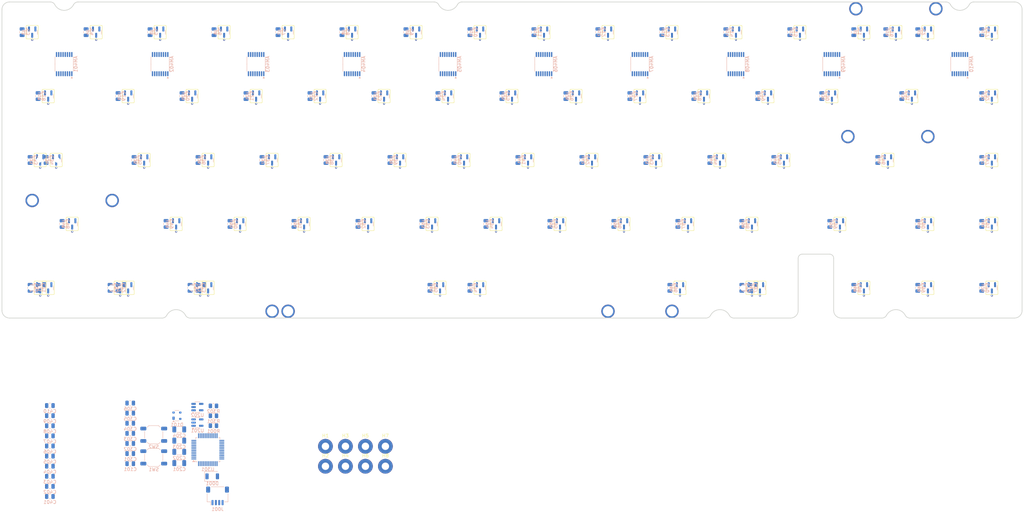
<source format=kicad_pcb>
(kicad_pcb (version 20241229) (generator "pcbnew") (generator_version "9.0")
  (layers (0 "F.Cu" signal) (2 "B.Cu" signal) (13 "F.Paste" user) (15 "B.Paste" user) (5 "F.SilkS" user "F.Silkscreen") (7 "B.SilkS" user "B.Silkscreen") (1 "F.Mask" user) (3 "B.Mask" user) (25 "Edge.Cuts" user))
  (net 0 "")
  (net 2 "MUX_SEL_2")
  (net 3 "GND")
  (net 5 "+3.3VA")
  (net 9 "MUX_OUT_1")
  (net 11 "MUX_SEL_3")
  (net 13 "MUX_SEL_1")
  (net 21 "MUX_OUT_2")
  (net 32 "MUX_OUT_3")
  (net 41 "MUX_OUT_4")
  (net 42 "MUX_OUT_5")
  (net 56 "MUX_OUT_6")
  (net 67 "MUX_OUT_7")
  (net 69 "MUX_OUT_8")
  (net 86 "MUX_OUT_9")
  (net 93 "MUX_OUT_10")
  (net 96 "+5V")
  (net 97 "+3.3V")
  (net 98 "Net-(SW2-A)")
  (net 99 "Net-(D001-A)")
  (net 100 "D-")
  (net 101 "D+")
  (net 102 "MP")
  (net 103 "Caps_LED")
  (net 104 "Net-(R301-Pad1)")
  (net 105 "Net-(SW1-A)")
  (net 106 "/ADC_IN8")
  (net 107 "/ADC_IN7")
  (net 108 "/ADC_IN1")
  (net 109 "/ADC_IN6")
  (net 110 "/ADC_IN4")
  (net 111 "/ADC_IN9")
  (net 112 "/ADC_IN2")
  (net 113 "/ADC_IN3")
  (net 114 "/ADC_IN5")
  (net 115 "/ADC_IN0")
  (net 116 "HE1")
  (net 117 "HE2")
  (net 118 "HE3")
  (net 119 "HE4")
  (net 120 "HE5")
  (net 121 "HE6")
  (net 122 "HE7")
  (net 123 "HE8")
  (net 124 "HE9")
  (net 125 "HE10")
  (net 126 "HE11")
  (net 127 "HE12")
  (net 128 "HE13")
  (net 129 "HE14")
  (net 130 "HE15")
  (net 131 "HE16")
  (net 132 "HE17")
  (net 133 "HE18")
  (net 134 "HE19")
  (net 135 "HE20")
  (net 136 "HE21")
  (net 137 "HE22")
  (net 138 "HE23")
  (net 139 "HE24")
  (net 140 "HE25")
  (net 141 "HE26")
  (net 142 "HE27")
  (net 143 "HE28")
  (net 144 "HE29")
  (net 145 "HE30")
  (net 146 "HE31")
  (net 147 "HE32")
  (net 148 "HE33")
  (net 149 "HE34")
  (net 150 "HE35")
  (net 151 "HE36")
  (net 152 "HE37")
  (net 153 "HE38")
  (net 154 "HE39")
  (net 155 "HE40")
  (net 156 "HE41")
  (net 157 "HE42")
  (net 158 "HE43")
  (net 159 "HE44")
  (net 160 "HE45")
  (net 161 "HE46")
  (net 162 "HE47")
  (net 163 "HE48")
  (net 164 "HE49")
  (net 165 "HE50")
  (net 166 "HE51")
  (net 167 "HE52")
  (net 168 "HE53")
  (net 169 "HE54")
  (net 170 "HE55")
  (net 171 "HE56")
  (net 172 "HE57")
  (net 173 "HE58")
  (net 174 "HE59")
  (net 175 "HE60")
  (net 176 "HE61")
  (net 177 "HE62")
  (net 178 "HE63")
  (net 179 "HE64")
  (net 180 "HE65")
  (net 181 "HE66")
  (net 182 "HE67")
  (net 183 "HE68")
  (net 184 "HE69")
  (net 185 "HE70")
  (net 186 "HE71")
  (net 187 "HE72")
  (net 188 "HE73")
  (net 189 "HE74")
  (net 190 "HE75")
  (footprint "MountingHole:MountingHole_2.2mm_M2_Pad" (layer "F.Cu") (at 176.215625 206.76875)
    (property "Reference" "H4")
    (property "Value" "m2")
  )
  (footprint "MountingHole:MountingHole_2.2mm_M2_Pad" (layer "F.Cu") (at 188.115625 200.81875)
    (property "Reference" "H7")
    (property "Value" "m2")
  )
  (footprint "PCM_marbastlib-mx:STAB_MX_P_2.25u" (layer "F.Cu") (at 94.853125 134.540625)
    (property "Reference" "S3" (hide yes))
    (property "Value" "MX_stab")
  )
  (footprint "MountingHole:MountingHole_2.2mm_M2_Pad" (layer "F.Cu") (at 188.115625 206.76875)
    (property "Reference" "H8")
    (property "Value" "m2")
  )
  (footprint "MountingHole:MountingHole_2.2mm_M2_Pad" (layer "F.Cu") (at 176.215625 200.81875)
    (property "Reference" "H3")
    (property "Value" "m2")
  )
  (footprint "MountingHole:MountingHole_2.2mm_M2_Pad" (layer "F.Cu") (at 170.265625 200.81875)
    (property "Reference" "H1")
    (property "Value" "m2")
  )
  (footprint "PCM_marbastlib-mx:STAB_MX_P_7u" (layer "F.Cu") (at 216.296875 153.590625 180)
    (property "Reference" "S5" (hide yes))
    (property "Value" "MX_stab")
  )
  (footprint "MountingHole:MountingHole_2.2mm_M2_Pad" (layer "F.Cu") (at 182.165625 200.81875)
    (property "Reference" "H5")
    (property "Value" "m2")
  )
  (footprint "PCM_marbastlib-mx:STAB_MX_P_2.25u" (layer "F.Cu") (at 337.740625 115.490625)
    (property "Reference" "S2" (hide yes))
    (property "Value" "MX_stab")
  )
  (footprint "PCM_marbastlib-mx:STAB_MX_P_2u" (layer "F.Cu") (at 340.121875 77.390625)
    (property "Reference" "S1" (hide yes))
    (property "Value" "MX_stab")
  )
  (footprint "MountingHole:MountingHole_2.2mm_M2_Pad" (layer "F.Cu") (at 182.165625 206.76875)
    (property "Reference" "H6")
    (property "Value" "m2")
  )
  (footprint "MountingHole:MountingHole_2.2mm_M2_Pad" (layer "F.Cu") (at 170.265625 206.76875)
    (property "Reference" "H2")
    (property "Value" "m2")
  )
  (footprint "PCM_marbastlib-mx:STAB_MX_P_6.25u" (layer "F.Cu") (at 204.390625 153.590625 180)
    (property "Reference" "S4" (hide yes))
    (property "Value" "MX_stab")
  )
  (footprint "PCM_marbastlib-he:SW_MX_HE_90deg_1u" (layer "B.Cu") (at 254.396875 77.390625)
    (property "Reference" "U12")
    (property "Value" "SW_MX_HE")
  )
  (footprint "Capacitor_SMD:C_0805_2012Metric" (layer "B.Cu") (at 137.096875 77.390625 90)
    (property "Reference" "C6")
    (property "Value" "100nF")
  )
  (footprint "Connector_JST:JST_SH_SM04B-SRSS-TB_1x04-1MP_P1.00mm_Horizontal" (layer "B.Cu") (at 138.1375 215.60125)
    (property "Reference" "J001")
    (property "Value" "JST_SH")
  )
  (footprint "PCM_marbastlib-he:SW_MX_HE_90deg_1u" (layer "B.Cu") (at 244.871875 96.440625)
    (property "Reference" "U26")
    (property "Value" "SW_MX_HE")
  )
  (footprint "Capacitor_SMD:C_0805_2012Metric" (layer "B.Cu") (at 341.884375 96.440625 90)
    (property "Reference" "C31")
    (property "Value" "100nF")
  )
  (footprint "Capacitor_SMD:C_0805_2012Metric" (layer "B.Cu") (at 246.634375 115.490625 90)
    (property "Reference" "C42")
    (property "Value" "100nF")
  )
  (footprint "Package_SO:TSSOP-16_4.4x5mm_P0.65mm" (layer "B.Cu") (at 359.171875 86.915625 90)
    (property "Reference" "AM410")
    (property "Value" "SN74LV4051A")
  )
  (footprint "PCM_marbastlib-he:SW_MX_HE_90deg_1u" (layer "B.Cu") (at 323.453125 134.540625)
    (property "Reference" "U59")
    (property "Value" "SW_MX_HE")
  )
  (footprint "Capacitor_SMD:C_0805_2012Metric" (layer "B.Cu") (at 213.296875 153.590625 90)
    (property "Reference" "C74")
    (property "Value" "100nF")
  )
  (footprint "Capacitor_SMD:C_0805_2012Metric" (layer "B.Cu") (at 87.090625 115.490625 90)
    (property "Reference" "C34")
    (property "Value" "100nF")
  )
  (footprint "Capacitor_SMD:C_0805_2012Metric" (layer "B.Cu") (at 265.684375 115.490625 90)
    (property "Reference" "C43")
    (property "Value" "100nF")
  )
  (footprint "Capacitor_SMD:C_0805_2012Metric" (layer "B.Cu") (at 88.2125 194.7075)
    (property "Reference" "C408")
    (property "Value" "100nF")
  )
  (footprint "PCM_marbastlib-he:SW_MX_HE_90deg_1u" (layer "B.Cu") (at 273.446875 77.390625)
    (property "Reference" "U13")
    (property "Value" "SW_MX_HE")
  )
  (footprint "PCM_marbastlib-he:SW_MX_HE_90deg_1u" (layer "B.Cu") (at 287.734375 115.490625)
    (property "Reference" "U44")
    (property "Value" "SW_MX_HE")
  )
  (footprint "PCM_marbastlib-he:SW_MX_HE_90deg_1u" (layer "B.Cu") (at 135.334375 115.490625)
    (property "Reference" "U36")
    (property "Value" "SW_MX_HE")
  )
  (footprint "PCM_marbastlib-he:SW_MX_HE_90deg_1u" (layer "B.Cu") (at 225.821875 96.440625)
    (property "Reference" "U25")
    (property "Value" "SW_MX_HE")
  )
  (footprint "PCM_marbastlib-he:SW_MX_HE_90deg_1u" (layer "B.Cu") (at 330.596875 77.390625)
    (property "Reference" "U1")
    (property "Value" "SW_MX_HE")
  )
  (footprint "PCM_marbastlib-he:SW_MX_HE_90deg_1u" (layer "B.Cu") (at 178.196875 77.390625)
    (property "Reference" "U8")
    (property "Value" "SW_MX_HE")
  )
  (footprint "PCM_marbastlib-he:SW_MX_HE_90deg_1u" (layer "B.Cu") (at 204.390625 153.590625)
    (property "Reference" "U65")
    (property "Value" "SW_MX_HE")
  )
  (footprint "Capacitor_SMD:C_0805_2012Metric" (layer "B.Cu") (at 88.2125 215.7775)
    (property "Reference" "C401")
    (property "Value" "100nF")
  )
  (footprint "PCM_marbastlib-he:SW_MX_HE_90deg_1u" (layer "B.Cu") (at 240.109375 134.540625)
    (property "Reference" "U55")
    (property "Value" "SW_MX_HE")
  )
  (footprint "Capacitor_SMD:C_0805_2012Metric" (layer "B.Cu") (at 294.259375 134.540625 90)
    (property "Reference" "C58")
    (property "Value" "100nF")
  )
  (footprint "Capacitor_SMD:C_0805_2012Metric" (layer "B.Cu") (at 170.434375 115.490625 90)
    (property "Reference" "C38")
    (property "Value" "100nF")
  )
  (footprint "PCM_marbastlib-he:SW_MX_HE_90deg_1u" (layer "B.Cu") (at 125.809375 134.540625)
    (property "Reference" "U49")
    (property "Value" "SW_MX_HE")
  )
  (footprint "Resistor_SMD:R_0805_2012Metric" (layer "B.Cu") (at 136.9175 194.68125)
    (property "Reference" "R001")
    (property "Value" "210Ω")
  )
  (footprint "Capacitor_SMD:C_0805_2012Metric" (layer "B.Cu") (at 88.2125 200.7275)
    (property "Reference" "C406")
    (property "Value" "100nF")
  )
  (footprint "Capacitor_SMD:C_0805_2012Metric" (layer "B.Cu") (at 82.328125 115.490625 90)
    (property "Reference" "C33")
    (property "Value" "100nF")
  )
  (footprint "Capacitor_SMD:C_0805_2012Metric" (layer "B.Cu") (at 327.596875 153.590625 90)
    (property "Reference" "C68")
    (property "Value" "100nF")
  )
  (footprint "PCM_marbastlib-he:SW_MX_HE_90deg_1u" (layer "B.Cu") (at 311.546875 77.390625)
    (property "Reference" "U15")
    (property "Value" "SW_MX_HE")
  )
  (footprint "PCM_marbastlib-he:SW_MX_HE_90deg_1u" (layer "B.Cu") (at 82.946875 77.390625)
    (property "Reference" "U3")
    (property "Value" "SW_MX_HE")
  )
  (footprint "Capacitor_SMD:C_0805_2012Metric" (layer "B.Cu") (at 365.696875 96.440625 90)
    (property "Reference" "C32")
    (property "Value" "100nF")
  )
  (footprint "PCM_marbastlib-he:SW_MX_HE_90deg_1u" (layer "B.Cu") (at 140.096875 77.390625)
    (property "Reference" "U6")
    (property "Value" "SW_MX_HE")
  )
  (footprint "Package_TO_SOT_SMD:SOT-23-5" (layer "B.Cu") (at 132.1375 193.75625)
    (property "Reference" "U201")
    (property "Value" "TLV75733PDBV")
  )
  (footprint "Capacitor_SMD:C_0805_2012Metric" (layer "B.Cu") (at 189.484375 115.490625 90)
    (property "Reference" "C39")
    (property "Value" "100nF")
  )
  (footprint "Capacitor_SMD:C_0805_2012Metric" (layer "B.Cu") (at 199.009375 134.540625 90)
    (property "Reference" "C53")
    (property "Value" "100nF")
  )
  (footprint "Capacitor_SMD:C_0805_2012Metric" (layer "B.Cu") (at 279.971875 96.440625 90)
    (property "Reference" "C28")
    (property "Value" "100nF")
  )
  (footprint "Package_SO:TSSOP-16_4.4x5mm_P0.65mm" (layer "B.Cu") (at 321.071875 86.915625 90)
    (property "Reference" "AM409")
    (property "Value" "SN74LV4051A")
  )
  (footprint "PCM_marbastlib-he:SW_MX_HE_90deg_1u" (layer "B.Cu") (at 182.959375 134.540625)
    (property "Reference" "U52")
    (property "Value" "SW_MX_HE")
  )
  (footprint "PCM_marbastlib-he:SW_MX_HE_90deg_1u" (layer "B.Cu") (at 349.646875 153.590625)
    (property "Reference" "U69")
    (property "Value" "SW_MX_HE")
  )
  (footprint "PCM_marbastlib-he:SW_MX_HE_90deg_1u" (layer "B.Cu") (at 111.521875 96.440625)
    (property "Reference" "U19")
    (property "Value" "SW_MX_HE")
  )
  (footprint "PCM_marbastlib-he:SW_MX_HE_90deg_1u" (layer "B.Cu") (at 94.853125 134.540625)
    (property "Reference" "U48")
    (property "Value" "SW_MX_HE")
  )
  (footprint "Capacitor_SMD:C_0805_2012Metric" (layer "B.Cu") (at 256.159375 134.540625 90)
    (property "Reference" "C56")
    (property "Value" "100nF")
  )
  (footprint "Capacitor_SMD:C_0805_2012Metric" (layer "B.Cu") (at 318.071875 96.440625 90)
    (property "Reference" "C30")
    (property "Value" "100nF")
  )
  (footprint "Capacitor_SMD:C_0805_2012Metric" (layer "B.Cu") (at 88.2125 191.6975)
    (property "Reference" "C409")
    (property "Value" "100nF")
  )
  (footprint "PCM_marbastlib-he:SW_MX_HE_90deg_1u" (layer "B.Cu") (at 173.434375 115.490625)
    (property "Reference" "U38")
    (property "Value" "SW_MX_HE")
  )
  (footprint "Capacitor_SMD:C_0805_2012Metric" (layer "B.Cu") (at 91.853125 134.540625 90)
    (property "Reference" "C48")
    (property "Value" "100nF")
  )
  (footprint "Capacitor_SMD:C_0805_2012Metric" (layer "B.Cu") (at 275.209375 134.540625 90)
    (property "Reference" "C57")
    (property "Value" "100nF")
  )
  (footprint "Capacitor_SMD:C_0805_2012Metric" (layer "B.Cu") (at 213.296875 77.390625 90)
    (property "Reference" "C10")
    (property "Value" "100nF")
  )
  (footprint "Capacitor_SMD:C_0805_2012Metric" (layer "B.Cu") (at 84.709375 153.590625 90)
    (property "Reference" "C71")
    (property "Value" "100nF")
  )
  (footprint "PCM_marbastlib-he:SW_MX_HE_90deg_1u" (layer "B.Cu") (at 149.621875 96.440625)
    (property "Reference" "U21")
    (property "Value" "SW_MX_HE")
  )
  (footprint "Capacitor_SMD:C_0805_2012Metric" (layer "B.Cu") (at 112.1375 193.96125)
    (property "Reference" "C304")
    (property "Value" "100nF")
  )
  (footprint "PCM_marbastlib-he:SW_MX_HE_90deg_1u" (layer "B.Cu") (at 249.634375 115.490625)
    (property "Reference" "U42")
    (property "Value" "SW_MX_HE")
  )
  (footprint "Package_TO_SOT_SMD:SOT-143" (layer "B.Cu") (at 126.0375 191.70625)
    (property "Reference" "D101")
    (property "Value" "PRTR5V0U2X")
  )
  (footprint "Capacitor_SMD:C_0805_2012Metric" (layer "B.Cu") (at 346.646875 153.590625 90)
    (property "Reference" "C69")
    (property "Value" "100nF")
  )
  (footprint "Capacitor_SMD:C_0805_2012Metric" (layer "B.Cu") (at 165.671875 96.440625 90)
    (property "Reference" "C22")
    (property "Value" "100nF")
  )
  (footprint "Capacitor_SMD:C_1206_3216Metric" (layer "B.Cu") (at 126.7375 202.48125)
    (property "Reference" "C202")
    (property "Value" "2.2uF")
  )
  (footprint "Capacitor_SMD:C_0805_2012Metric" (layer "B.Cu") (at 160.909375 134.540625 90)
    (property "Reference" "C51")
    (property "Value" "100nF")
  )
  (footprint "Capacitor_SMD:C_0805_2012Metric" (layer "B.Cu") (at 122.809375 134.540625 90)
    (property "Reference" "C49")
    (property "Value" "100nF")
  )
  (footprint "Capacitor_SMD:C_0805_2012Metric" (layer "B.Cu") (at 106.140625 153.590625 90)
    (property "Reference" "C63")
    (property "Value" "100nF")
  )
  (footprint "Capacitor_SMD:C_0805_2012Metric" (layer "B.Cu") (at 88.2125 212.7675)
    (property "Reference" "C402")
    (property "Value" "100nF")
  )
  (footprint "Resistor_SMD:R_0805_2012Metric" (layer "B.Cu") (at 136.9175 191.73125)
    (property "Reference" "R301")
    (property "Value" "5.1KΩ")
  )
  (footprint "Capacitor_SMD:C_0805_2012Metric" (layer "B.Cu") (at 113.284375 115.490625 90)
    (property "Reference" "C35")
    (property "Value" "100nF")
  )
  (footprint "PCM_marbastlib-he:SW_MX_HE_90deg_1u" (layer "B.Cu") (at 349.646875 134.540625)
    (property "Reference" "U60")
    (property "Value" "SW_MX_HE")
  )
  (footprint "PCM_marbastlib-he:SW_MX_HE_90deg_1u" (layer "B.Cu") (at 292.496875 77.390625)
    (property "Reference" "U14")
    (property "Value" "SW_MX_HE")
  )
  (footprint "PCM_marbastlib-he:SW_MX_HE_90deg_1u" (layer "B.Cu") (at 235.346875 77.390625)
    (property "Reference" "U11")
    (property "Value" "SW_MX_HE")
  )
  (footprint "Capacitor_SMD:C_0805_2012Metric" (layer "B.Cu") (at 251.396875 77.390625 90)
    (property "Reference" "C12")
    (property "Value" "100nF")
  )
  (footprint "PCM_marbastlib-he:SW_MX_HE_90deg_1u" (layer "B.Cu") (at 306.784375 115.490625)
    (property "Reference" "U45")
    (property "Value" "SW_MX_HE")
  )
  (footprint "Capacitor_SMD:C_0805_2012Metric" (layer "B.Cu") (at 112.1375 196.97125)
    (property "Reference" "C303")
    (property "Value" "100nF")
  )
  (footprint "Capacitor_SMD:C_0805_2012Metric" (layer "B.Cu") (at 222.821875 96.440625 90)
    (property "Reference" "C25")
    (property "Value" "100nF")
  )
  (footprint "PCM_marbastlib-he:SW_MX_HE_90deg_1u" (layer "B.Cu") (at 216.296875 153.590625)
    (property "Reference" "U74")
    (property "Value" "SW_MX_HE")
  )
  (footprint "Capacitor_SMD:C_0805_2012Metric" (layer "B.Cu") (at 127.571875 96.440625 90)
    (property "Reference" "C20")
    (property "Value" "100nF")
  )
  (footprint "PCM_marbastlib-he:SW_MX_HE_90deg_1u" (layer "B.Cu") (at 368.696875 77.390625)
    (property "Reference" "U17")
    (property "Value" "SW_MX_HE")
  )
  (footprint "Capacitor_SMD:C_0805_2012Metric" (layer "B.Cu") (at 218.059375 134.540625 90)
    (property "Reference" "C54")
    (property "Value" "100nF")
  )
  (footprint "PCM_marbastlib-he:SW_MX_HE_90deg_1u" (layer "B.Cu") (at 302.021875 96.440625)
    (property "Reference" "U29")
    (property "Value" "SW_MX_HE")
  )
  (footprint "PCM_marbastlib-he:SW_MX_HE_90deg_1u" (layer "B.Cu") (at 85.328125 153.590625)
    (property "Reference" "U62")
    (property "Value" "SW_MX_HE")
  )
  (footprint "Capacitor_SMD:C_0805_2012Metric" (layer "B.Cu") (at 79.946875 77.390625 90)
    (property "Reference" "C3")
    (property "Value" "100nF")
  )
  (footprint "PCM_marbastlib-he:SW_MX_HE_90deg_1u" (layer "B.Cu") (at 132.953125 153.590625)
    (property "Reference" "U64")
    (property "Value" "SW_MX_HE")
  )
  (footprint "PCM_marbastlib-he:SW_MX_HE_90deg_1u" (layer "B.Cu") (at 154.384375 115.490625)
    (property "Reference" "U37")
    (property "Value" "SW_MX_HE")
  )
  (footprint "PCM_marbastlib-he:SW_MX_HE_90deg_1u" (layer "B.Cu") (at 299.640625 153.590625)
    (property "Reference" "U67")
    (property "Value" "SW_MX_HE")
  )
  (footprint "PCM_marbastlib-he:SW_MX_HE_90deg_1u" (layer "B.Cu") (at 90.090625 115.490625)
    (property "Reference" "U34")
    (property "Value" "SW_MX_HE")
  )
  (footprint "Capacitor_SMD:C_0805_2012Metric" (layer "B.Cu") (at 112.1375 190.95125)
    (property "Reference" "C305")
    (property "Value" "100nF")
  )
  (footprint "Capacitor_SMD:C_0805_2012Metric" (layer "B.Cu") (at 184.721875 96.440625 90)
    (property "Reference" "C23")
    (property "Value" "100nF")
  )
  (footprint "Capacitor_SMD:C_0805_2012Metric" (layer "B.Cu") (at 129.953125 153.590625 90)
    (property "Reference" "C64")
    (property "Value" "100nF")
  )
  (footprint "Capacitor_SMD:C_0805_2012Metric" (layer "B.Cu") (at 365.696875 153.590625 90)
    (property "Reference" "C70")
    (property "Value" "100nF")
  )
  (footprint "Capacitor_SMD:C_0805_2012Metric" (layer "B.Cu") (at 346.646875 77.390625 90)
    (property "Reference" "C2")
    (property "Value" "100nF")
  )
  (footprint "Package_QFP:LQFP-48_7x7mm_P0.5mm" (layer "B.Cu") (at 135.2375 201.83125)
    (property "Reference" "U301")
    (property "Value" "STM32F072CBTx")
  )
  (footprint "PCM_marbastlib-he:SW_MX_HE_90deg_1u" (layer "B.Cu") (at 221.059375 134.540625)
    (property "Reference" "U54")
    (property "Value" "SW_MX_HE")
  )
  (footprint "Capacitor_SMD:C_0805_2012Metric" (layer "B.Cu") (at 151.384375 115.490625 90)
    (property "Reference" "C37")
    (property "Value" "100nF")
  )
  (footprint "Capacitor_SMD:C_0805_2012Metric" (layer "B.Cu") (at 203.771875 96.440625 90)
    (property "Reference" "C24")
    (property "Value" "100nF")
  )
  (footprint "PCM_marbastlib-he:SW_MX_HE_90deg_1u" (layer "B.Cu") (at 344.884375 96.440625)
    (property "Reference" "U31")
    (property "Value" "SW_MX_HE")
  )
  (footprint "Capacitor_SMD:C_0805_2012Metric" (layer "B.Cu") (at 112.1375 202.99125)
    (property "Reference" "C301")
    (property "Value" "100nF")
  )
  (footprint "Capacitor_SMD:C_0805_2012Metric" (layer "B.Cu") (at 108.521875 96.440625 90)
    (property "Reference" "C19")
    (property "Value" "100nF")
  )
  (footprint "Capacitor_SMD:C_0805_2012Metric" (layer "B.Cu") (at 241.871875 96.440625 90)
    (property "Reference" "C26")
    (property "Value" "100nF")
  )
  (footprint "PCM_marbastlib-various:SW_SPST_SKQG_WithStem" (layer "B.Cu") (at 119.1375 197.38125)
    (property "Reference" "SW2")
    (property "Value" "NRST")
  )
  (footprint "PCM_marbastlib-various:SW_SPST_SKQG_WithStem" (layer "B.Cu") (at 119.1375 204.13125)
    (property "Reference" "SW1")
    (property "Value" "BOOT")
  )
  (footprint "PCM_marbastlib-he:SW_MX_HE_90deg_1u" (layer "B.Cu") (at 337.740625 115.490625)
    (property "Reference" "U46")
    (property "Value" "SW_MX_HE")
  )
  (footprint "Capacitor_SMD:C_0805_2012Metric" (layer "B.Cu") (at 296.640625 153.590625 90)
    (property "Reference" "C67")
    (property "Value" "100nF")
  )
  (footprint "PCM_marbastlib-he:SW_MX_HE_90deg_1u" (layer "B.Cu") (at 111.521875 153.590625)
    (property "Reference" "U72")
    (property "Value" "SW_MX_HE")
  )
  (footprint "Capacitor_SMD:C_0805_2012Metric" (layer "B.Cu") (at 132.334375 115.490625 90)
    (property "Reference" "C36")
    (property "Value" "100nF")
  )
  (footprint "Capacitor_SMD:C_0805_2012Metric" (layer "B.Cu") (at 179.959375 134.540625 90)
    (property "Reference" "C52")
    (property "Value" "100nF")
  )
  (footprint "PCM_marbastlib-he:SW_MX_HE_90deg_1u" (layer "B.Cu") (at 368.696875 96.440625)
    (property "Reference" "U32")
    (property "Value" "SW_MX_HE")
  )
  (footprint "PCM_marbastlib-he:SW_MX_HE_90deg_1u" (layer "B.Cu") (at 211.534375 115.490625)
    (property "Reference" "U40")
    (property "Value" "SW_MX_HE")
  )
  (footprint "Capacitor_SMD:C_0805_2012Metric" (layer "B.Cu") (at 146.621875 96.440625 90)
    (property "Reference" "C21")
    (property "Value" "100nF")
  )
  (footprint "Package_SO:TSSOP-16_4.4x5mm_P0.65mm" (layer "B.Cu") (at 121.046875 86.915625 90)
    (property "Reference" "AM402")
    (property "Value" "SN74LV4051A")
  )
  (footprint "Capacitor_SMD:C_0805_2012Metric" (layer "B.Cu") (at 320.453125 134.540625 90)
    (property "Reference" "C59")
    (property "Value" "100nF")
  )
  (footprint "Package_SO:TSSOP-16_4.4x5mm_P0.65mm" (layer "B.Cu") (at 263.921875 86.915625 90)
    (property "Reference" "AM407")
    (property "Value" "SN74LV4051A")
  )
  (footprint "PCM_marbastlib-he:SW_MX_HE_90deg_1u" (layer "B.Cu") (at 144.859375 134.540625)
    (property "Reference" "U50")
    (property "Value" "SW_MX_HE")
  )
  (footprint "Capacitor_SMD:C_0805_2012Metric" (layer "B.Cu") (at 88.2125 203.7375)
    (property "Reference" "C405")
    (property "Value" "100nF")
  )
  (footprint "Capacitor_SMD:C_0805_2012Metric" (layer "B.Cu") (at 141.859375 134.540625 90)
    (property "Reference" "C50")
    (property "Value" "100nF")
  )
  (footprint "LED_SMD:LED_1206_3216Metric_ReverseMount_Hole1.8x2.4mm" (layer "B.Cu") (at 136.5575 209.77625)
    (property "Reference" "D001")
    (property "Value" "LED")
  )
  (footprint "Capacitor_SMD:C_0805_2012Metric" (layer "B.Cu") (at 208.534375 115.490625 90)
    (property "Reference" "C40")
    (property "Value" "100nF")
  )
  (footprint "Capacitor_SMD:C_0805_2012Metric" (layer "B.Cu") (at 84.709375 96.440625 90)
    (property "Reference" "C18")
    (property "Value" "100nF")
  )
  (footprint "PCM_marbastlib-he:SW_MX_HE_90deg_1u" (layer "B.Cu") (at 268.684375 115.490625)
    (property "Reference" "U43")
    (property "Value" "SW_MX_HE")
  )
  (footprint "Capacitor_SMD:C_0805_2012Metric" (layer "B.Cu") (at 88.2125 197.7175)
    (property "Reference" "C407")
    (property "Value" "100nF")
  )
  (footprint "Capacitor_SMD:C_0805_2012Metric" (layer "B.Cu") (at 118.046875 77.390625 90)
    (property "Reference" "C5")
    (property "Value" "100nF")
  )
  (footprint "PCM_marbastlib-he:SW_MX_HE_90deg_1u" (layer "B.Cu") (at 297.259375 153.590625)
    (property "Reference" "U75")
    (property "Value" "SW_MX_HE")
  )
  (footprint "Capacitor_SMD:C_0805_2012Metric" (layer "B.Cu") (at 112.1375 199.98125)
    (property "Reference" "C302")
    (property "Value" "100nF")
  )
  (footprint "PCM_marbastlib-he:SW_MX_HE_90deg_1u" (layer "B.Cu") (at 85.328125 115.490625)
    (property "Reference" "U33")
    (property "Value" "SW_MX_HE")
  )
  (footprint "Capacitor_SMD:C_0805_2012Metric" (layer "B.Cu") (at 270.446875 77.390625 90)
    (property "Reference" "C13")
    (property "Value" "100nF")
  )
  (footprint "Capacitor_SMD:C_0805_2012Metric" (layer "B.Cu") (at 365.696875 115.490625 90)
    (property "Reference" "C47")
    (property "Value" "100nF")
  )
  (footprint "Capacitor_SMD:C_0805_2012Metric" (layer "B.Cu") (at 88.2125 188.6875)
    (property "Reference" "C410")
    (property "Value" "100nF")
  )
  (footprint "Capacitor_SMD:C_0805_2012Metric" (layer "B.Cu") (at 284.734375 115.490625 90)
    (property "Reference" "C44")
    (property "Value" "100nF")
  )
  (footprint "PCM_marbastlib-he:SW_MX_HE_90deg_1u" (layer "B.Cu") (at 197.246875 77.390625)
    (property "Reference" "U9")
    (property "Value" "SW_MX_HE")
  )
  (footprint "PCM_marbastlib-he:SW_MX_HE_90deg_1u" (layer "B.Cu") (at 192.484375 115.490625)
    (property "Reference" "U39")
    (property "Value" "SW_MX_HE")
  )
  (footprint "Capacitor_SMD:C_0805_2012Metric" (layer "B.Cu") (at 108.521875 153.590625 90)
    (property "Reference" "C72")
    (property "Value" "100nF")
  )
  (footprint "Capacitor_SMD:C_0805_2012Metric" (layer "B.Cu") (at 346.646875 134.540625 90)
    (property "Reference" "C60")
    (property "Value" "100nF")
  )
  (footprint "PCM_marbastlib-he:SW_MX_HE_90deg_1u" (layer "B.Cu") (at 163.909375 134.540625)
    (property "Reference" "U51")
    (property "Value" "SW_MX_HE")
  )
  (footprint "Package_SO:TSSOP-16_4.4x5mm_P0.65mm" (layer "B.Cu") (at 149.621875 86.915625 90)
    (property "Reference" "AM403")
    (property "Value" "SN74LV4051A")
  )
  (footprint "Capacitor_SMD:C_0805_2012Metric" (layer "B.Cu") (at 98.996875 77.390625 90)
    (property "Reference" "C4")
    (property "Value" "100nF")
  )
  (footprint "Resistor_SMD:R_0805_2012Metric" (layer "B.Cu") (at 136.9175 188.78125)
    (property "Reference" "R302")
    (property "Value" "5.1KΩ")
  )
  (footprint "Capacitor_SMD:C_0805_2012Metric" (layer "B.Cu") (at 112.1375 206.00125)
    (property "Reference" "C101")
    (property "Value" "100nF")
  )
  (footprint "PCM_marbastlib-he:SW_MX_HE_90deg_1u" (layer "B.Cu") (at 87.709375 153.590625)
    (property "Reference" "U71")
    (property "Value" "SW_MX_HE")
  )
  (footprint "PCM_marbastlib-he:SW_MX_HE_90deg_1u" (layer "B.Cu") (at 121.046875 77.390625)
    (property "Reference" "U5")
    (property "Value" "SW_MX_HE")
  )
  (footprint "PCM_marbastlib-he:SW_MX_HE_90deg_1u" (layer "B.Cu") (at 368.696875 153.590625)
    (property "Reference" "U70")
    (property "Value" "SW_MX_HE")
  )
  (footprint "Capacitor_SMD:C_1206_3216Metric" (layer "B.Cu") (at 126.7375 195.78125)
    (property "Reference" "C204")
    (property "Value" "2.2uF")
  )
  (footprint "PCM_marbastlib-he:SW_MX_HE_90deg_1u" (layer "B.Cu") (at 87.709375 96.440625)
    (property "Reference" "U18")
    (property "Value" "SW_MX_HE")
  )
  (footprint "Capacitor_SMD:C_1206_3216Metric" (layer "B.Cu") (at 126.7375 199.13125)
    (property "Reference" "C203")
    (property "Value" "2.2uF")
  )
  (footprint "Capacitor_SMD:C_0805_2012Metric" (layer "B.Cu") (at 227.584375 115.490625 90)
    (property "Reference" "C41")
    (property "Value" "100nF")
  )
  (footprint "Capacitor_SMD:C_0805_2012Metric" (layer "B.Cu") (at 260.921875 96.440625 90)
    (property "Reference" "C27")
    (property "Value" "100nF")
  )
  (footprint "Capacitor_SMD:C_0805_2012Metric" (layer "B.Cu") (at 175.196875 77.390625 90)
    (property "Reference" "C8")
    (property "Value" "100nF")
  )
  (footprint "PCM_marbastlib-he:SW_MX_HE_90deg_1u" (layer "B.Cu") (at 159.146875 77.390625)
    (property "Reference" "U7")
    (property "Value" "SW_MX_HE")
  )
  (footprint "PCM_marbastlib-he:SW_MX_HE_90deg_1u" (layer "B.Cu") (at 216.296875 77.390625)
    (property "Reference" "U10")
    (property "Value" "SW_MX_HE")
  )
  (footprint "Capacitor_SMD:C_0805_2012Metric" (layer "B.Cu") (at 337.121875 77.390625 90)
    (property "Reference" "C16")
    (property "Value" "100nF")
  )
  (footprint "PCM_marbastlib-he:SW_MX_HE_90deg_1u" (layer "B.Cu") (at 116.284375 115.490625)
    (property "Reference" "U35")
    (property "Value" "SW_MX_HE")
  )
  (footprint "PCM_marbastlib-he:SW_MX_HE_90deg_1u" (layer "B.Cu") (at 330.596875 153.590625)
    (property "Reference" "U68")
    (property "Value" "SW_MX_HE")
  )
  (footprint "PCM_marbastlib-he:SW_MX_HE_90deg_1u" (layer "B.Cu") (at 368.696875 134.540625)
    (property "Reference" "U61")
    (property "Value" "SW_MX_HE")
  )
  (footprint "PCM_marbastlib-he:SW_MX_HE_90deg_1u" (layer "B.Cu") (at 130.571875 96.440625)
    (property "Reference" "U20")
    (property "Value" "SW_MX_HE")
  )
  (footprint "PCM_marbastlib-he:SW_MX_HE_90deg_1u" (layer "B.Cu") (at 187.721875 96.440625)
    (property "Reference" "U23")
    (property "Value" "SW_MX_HE")
  )
  (footprint "PCM_marbastlib-he:SW_MX_HE_90deg_1u" (layer "B.Cu") (at 321.071875 96.440625)
    (property "Reference" "U30")
    (property "Value" "SW_MX_HE")
  )
  (footprint "Capacitor_SMD:C_0805_2012Metric" (layer "B.Cu") (at 365.696875 134.540625 90)
    (property "Reference" "C61")
    (property "Value" "100nF")
  )
  (footprint "Capacitor_SMD:C_0805_2012Metric" (layer "B.Cu") (at 201.390625 153.590625 90)
    (property "Reference" "C65")
    (property "Value" "100nF")
  )
  (footprint "PCM_marbastlib-he:SW_MX_HE_90deg_1u" (layer "B.Cu") (at 368.696875 115.490625)
    (property "Reference" "U47")
    (property "Value" "SW_MX_HE")
  )
  (footprint "PCM_marbastlib-he:SW_MX_HE_90deg_1u" (layer "B.Cu") (at 349.646875 77.390625)
    (property "Reference" "U2")
    (property "Value" "SW_MX_HE")
  )
  (footprint "Capacitor_SMD:C_0805_2012Metric" (layer "B.Cu") (at 112.1375 187.94125)
    (property "Reference" "C306")
    (property "Value" "100nF")
  )
  (footprint "Capacitor_SMD:C_0805_2012Metric" (layer "B.Cu") (at 294.259375 153.590625 90)
    (property "Reference" "C75")
    (property "Value" "100nF")
  )
  (footprint "PCM_marbastlib-he:SW_MX_HE_90deg_1u" (layer "B.Cu") (at 259.159375 134.540625)
    (property "Reference" "U56")
    (property "Value" "SW_MX_HE")
  )
  (footprint "PCM_marbastlib-he:SW_MX_HE_90deg_1u" (layer "B.Cu") (at 340.121875 77.390625)
    (property "Reference" "U16")
    (property "Value" "SW_MX_HE")
  )
  (footprint "Package_SO:TSSOP-16_4.4x5mm_P0.65mm" (layer "B.Cu") (at 178.196875 86.915625 90)
    (property "Reference" "AM404")
    (property "Value" "SN74LV4051A")
  )
  (footprint "Package_SO:TSSOP-16_4.4x5mm_P0.65mm" (layer "B.Cu") (at 92.471875 86.915625 90)
    (property "Reference" "AM401")
    (property "Value" "SN74LV4051A")
  )
  (footprint "Capacitor_SMD:C_1206_3216Metric" (layer "B.Cu") (at 126.7375 205.83125)
    (property "Reference" "C201")
    (property "Value" "2.2uF")
  )
  (footprint "PCM_marbastlib-he:SW_MX_HE_90deg_1u" (layer "B.Cu") (at 275.828125 153.590625)
    (property "Reference" "U66")
    (property "Value" "SW_MX_HE")
  )
  (footprint "PCM_marbastlib-he:SW_MX_HE_90deg_1u" (layer "B.Cu") (at 109.140625 153.590625)
    (property "Reference" "U63")
    (property "Value" "SW_MX_HE")
  )
  (footprint "Capacitor_SMD:C_0805_2012Metric" (layer "B.Cu") (at 334.740625 115.490625 90)
    (property "Reference" "C46")
    (property "Value" "100nF")
  )
  (footprint "Capacitor_SMD:C_0805_2012Metric" (layer "B.Cu") (at 303.784375 115.490625 90)
    (property "Reference" "C45")
    (property "Value" "100nF")
  )
  (footprint "Capacitor_SMD:C_0805_2012Metric" (layer "B.Cu") (at 156.146875 77.390625 90)
    (property "Reference" "C7")
    (property "Value" "100nF")
  )
  (footprint "PCM_marbastlib-he:SW_MX_HE_90deg_1u" (layer "B.Cu") (at 101.996875 77.390625)
    (property "Reference" "U4")
    (property "Value" "SW_MX_HE")
  )
  (footprint "PCM_marbastlib-he:SW_MX_HE_90deg_1u" (layer "B.Cu") (at 202.009375 134.540625)
    (property "Reference" "U53")
    (property "Value" "SW_MX_HE")
  )
  (footprint "Package_TO_SOT_SMD:SOT-23-5" (layer "B.Cu") (at 132.1375 189.13125)
    (property "Reference" "U202")
    (property "Value" "TLV75733PDBV")
  )
  (footprint "PCM_marbastlib-he:SW_MX_HE_90deg_1u" (layer "B.Cu") (at 282.971875 96.440625)
    (property "Reference" "U28")
    (property "Value" "SW_MX_HE")
  )
  (footprint "Package_SO:TSSOP-16_4.4x5mm_P0.65mm" (layer "B.Cu") (at 292.496875 86.915625 90)
    (property "Reference" "AM408")
    (property "Value" "SN74LV4051A")
  )
  (footprint "Capacitor_SMD:C_0805_2012Metric" (layer "B.Cu") (at 289.496875 77.390625 90)
    (property "Reference" "C14")
    (property "Value" "100nF")
  )
  (footprint "Capacitor_SMD:C_0805_2012Metric" (layer "B.Cu") (at 194.246875 77.390625 90)
    (property "Reference" "C9")
    (property "Value" "100nF")
  )
  (footprint "PCM_marbastlib-he:SW_MX_HE_90deg_1u" (layer "B.Cu") (at 135.334375 153.590625)
    (property "Reference" "U73")
    (property "Value" "SW_MX_HE")
  )
  (footprint "PCM_marbastlib-he:SW_MX_HE_90deg_1u" (layer "B.Cu") (at 230.584375 115.490625)
    (property "Reference" "U41")
    (property "Value" "SW_MX_HE")
  )
  (footprint "PCM_marbastlib-he:SW_MX_HE_90deg_1u" (layer "B.Cu") (at 168.671875 96.440625)
    (property "Reference" "U22")
    (property "Value" "SW_MX_HE")
  )
  (footprint "Capacitor_SMD:C_0805_2012Metric" (layer "B.Cu") (at 272.828125 153.590625 90)
    (property "Reference" "C66")
    (property "Value" "100nF")
  )
  (footprint "PCM_marbastlib-he:SW_MX_HE_90deg_1u" (layer "B.Cu") (at 278.209375 134.540625)
    (property "Reference" "U57")
    (property "Value" "SW_MX_HE")
  )
  (footprint "Capacitor_SMD:C_0805_2012Metric" (layer "B.Cu") (at 308.546875 77.390625 90)
    (property "Reference" "C15")
    (property "Value" "100nF")
  )
  (footprint "Package_SO:TSSOP-16_4.4x5mm_P0.65mm" (layer "B.Cu") (at 235.346875 86.915625 90)
    (property "Reference" "AM406")
    (property "Value" "SN74LV4051A")
  )
  (footprint "Capacitor_SMD:C_0805_2012Metric" (layer "B.Cu") (at 365.696875 77.390625 90)
    (property "Reference" "C17")
    (property "Value" "100nF")
  )
  (footprint "Capacitor_SMD:C_0805_2012Metric" (layer "B.Cu") (at 132.334375 153.590625 90)
    (property "Reference" "C73")
    (property "Value" "100nF")
  )
  (footprint "PCM_marbastlib-he:SW_MX_HE_90deg_1u" (layer "B.Cu") (at 297.259375 134.540625)
    (property "Reference" "U58")
    (property "Value" "SW_MX_HE")
  )
  (footprint "Capacitor_SMD:C_0805_2012Metric" (layer "B.Cu") (at 232.346875 77.390625 90)
    (property "Reference" "C11")
    (property "Value" "100nF")
  )
  (footprint "Capacitor_SMD:C_0805_2012Metric" (layer "B.Cu") (at 82.328125 153.590625 90)
    (property "Reference" "C62")
    (property "Value" "100nF")
  )
  (footprint "PCM_marbastlib-he:SW_MX_HE_90deg_1u" (layer "B.Cu") (at 263.921875 96.440625)
    (property "Reference" "U27")
    (property "Value" "SW_MX_HE")
  )
  (footprint "Capacitor_SMD:C_0805_2012Metric" (layer "B.Cu") (at 88.2125 206.7475)
    (property "Reference" "C404")
    (property "Value" "100nF")
  )
  (footprint "Capacitor_SMD:C_0805_2012Metric" (layer "B.Cu") (at 299.021875 96.440625 90)
    (property "Reference" "C29")
    (property "Value" "100nF")
  )
  (footprint "Package_SO:TSSOP-16_4.4x5mm_P0.65mm" (layer "B.Cu") (at 206.771875 86.915625 90)
    (property "Reference" "AM405")
    (property "Value" "SN74LV4051A")
  )
  (footprint "PCM_marbastlib-he:SW_MX_HE_90deg_1u" (layer "B.Cu") (at 206.771875 96.440625)
    (property "Reference" "U24")
    (property "Value" "SW_MX_HE")
  )
  (footprint "Capacitor_SMD:C_0805_2012Metric" (layer "B.Cu") (at 88.2125 209.7575)
    (property "Reference" "C403")
    (property "Value" "100nF")
  )
  (footprint "Capacitor_SMD:C_0805_2012Metric" (layer "B.Cu") (at 237.109375 134.540625 90)
    (property "Reference" "C55")
    (property "Value" "100nF")
  )
  (footprint "Capacitor_SMD:C_0805_2012Metric" (layer "B.Cu") (at 327.596875 77.390625 90)
    (property "Reference" "C1")
    (property "Value" "100nF")
  )
  (gr_arc (start 123.016303 161.784173) (mid 122.463982 162.373261) (end 121.686269 162.590625) (stroke (width 0.2)) (layer "Edge.Cuts"))
  (gr_arc (start 284.941303 161.784173) (mid 284.388982 162.373261) (end 283.611269 162.590625) (stroke (width 0.2)) (layer "Edge.Cuts"))
  (gr_arc (start 209.564947 69.197077) (mid 206.771875 70.890626) (end 203.978803 69.197077) (stroke (width 0.2)) (layer "Edge.Cuts"))
  (gr_line (start 355.048769 68.390625) (end 210.89498 68.390625) (stroke (width 0.2)) (layer "Edge.Cuts"))
  (gr_arc (start 337.328804 161.784173) (mid 340.121875 160.090625) (end 342.914946 161.784174) (stroke (width 0.2)) (layer "Edge.Cuts"))
  (gr_arc (start 311.021875 144.790625) (mid 311.387992 143.906742) (end 312.271875 143.540625) (stroke (width 0.2)) (layer "Edge.Cuts"))
  (gr_arc (start 375.446875 68.390625) (mid 377.037865 69.049635) (end 377.696875 70.640625) (stroke (width 0.2)) (layer "Edge.Cuts"))
  (gr_arc (start 355.048769 68.390625) (mid 355.826485 68.607984) (end 356.378803 69.197077) (stroke (width 0.2)) (layer "Edge.Cuts"))
  (gr_line (start 312.271875 143.540625) (end 320.346875 143.540625) (stroke (width 0.2)) (layer "Edge.Cuts"))
  (gr_arc (start 73.946875 70.640625) (mid 74.605885 69.049635) (end 76.196875 68.390625) (stroke (width 0.2)) (layer "Edge.Cuts"))
  (gr_arc (start 320.346875 143.540625) (mid 321.230758 143.906742) (end 321.596875 144.790625) (stroke (width 0.2)) (layer "Edge.Cuts"))
  (gr_line (start 311.021875 144.790625) (end 311.021875 160.340625) (stroke (width 0.2)) (layer "Edge.Cuts"))
  (gr_line (start 283.611269 162.590625) (end 129.93248 162.590625) (stroke (width 0.2)) (layer "Edge.Cuts"))
  (gr_arc (start 311.021875 160.340625) (mid 310.362865 161.931615) (end 308.771875 162.590625) (stroke (width 0.2)) (layer "Edge.Cuts"))
  (gr_line (start 335.998769 162.590625) (end 323.846875 162.590625) (stroke (width 0.2)) (layer "Edge.Cuts"))
  (gr_line (start 375.446875 162.590625) (end 344.24498 162.590625) (stroke (width 0.2)) (layer "Edge.Cuts"))
  (gr_arc (start 88.348769 68.390625) (mid 89.126485 68.607984) (end 89.678803 69.197077) (stroke (width 0.2)) (layer "Edge.Cuts"))
  (gr_arc (start 123.016304 161.784173) (mid 125.809375 160.090625) (end 128.602446 161.784174) (stroke (width 0.2)) (layer "Edge.Cuts"))
  (gr_arc (start 291.857481 162.590625) (mid 291.079765 162.373266) (end 290.527446 161.784174) (stroke (width 0.2)) (layer "Edge.Cuts"))
  (gr_arc (start 284.941304 161.784173) (mid 287.734375 160.090625) (end 290.527446 161.784174) (stroke (width 0.2)) (layer "Edge.Cuts"))
  (gr_arc (start 95.264946 69.197077) (mid 95.817267 68.607989) (end 96.59498 68.390625) (stroke (width 0.2)) (layer "Edge.Cuts"))
  (gr_arc (start 95.264947 69.197077) (mid 92.471875 70.890626) (end 89.678803 69.197077) (stroke (width 0.2)) (layer "Edge.Cuts"))
  (gr_line (start 121.686269 162.590625) (end 76.196875 162.590625) (stroke (width 0.2)) (layer "Edge.Cuts"))
  (gr_arc (start 76.196875 162.590625) (mid 74.605885 161.931615) (end 73.946875 160.340625) (stroke (width 0.2)) (layer "Edge.Cuts"))
  (gr_arc (start 129.932481 162.590625) (mid 129.154765 162.373266) (end 128.602446 161.784174) (stroke (width 0.2)) (layer "Edge.Cuts"))
  (gr_arc (start 361.964946 69.197077) (mid 362.517267 68.607989) (end 363.29498 68.390625) (stroke (width 0.2)) (layer "Edge.Cuts"))
  (gr_line (start 202.648769 68.390625) (end 96.59498 68.390625) (stroke (width 0.2)) (layer "Edge.Cuts"))
  (gr_line (start 73.946875 160.340625) (end 73.946875 70.640625) (stroke (width 0.2)) (layer "Edge.Cuts"))
  (gr_line (start 321.596875 144.790625) (end 321.596875 160.340625) (stroke (width 0.2)) (layer "Edge.Cuts"))
  (gr_line (start 377.696875 160.340625) (end 377.696875 70.640625) (stroke (width 0.2)) (layer "Edge.Cuts"))
  (gr_arc (start 337.328803 161.784173) (mid 336.776482 162.373261) (end 335.998769 162.590625) (stroke (width 0.2)) (layer "Edge.Cuts"))
  (gr_arc (start 344.244981 162.590625) (mid 343.467265 162.373266) (end 342.914946 161.784174) (stroke (width 0.2)) (layer "Edge.Cuts"))
  (gr_arc (start 323.846875 162.590625) (mid 322.255885 161.931615) (end 321.596875 160.340625) (stroke (width 0.2)) (layer "Edge.Cuts"))
  (gr_arc (start 202.648769 68.390625) (mid 203.426485 68.607984) (end 203.978803 69.197077) (stroke (width 0.2)) (layer "Edge.Cuts"))
  (gr_line (start 375.446875 68.390625) (end 363.29498 68.390625) (stroke (width 0.2)) (layer "Edge.Cuts"))
  (gr_arc (start 377.696875 160.340625) (mid 377.037865 161.931615) (end 375.446875 162.590625) (stroke (width 0.2)) (layer "Edge.Cuts"))
  (gr_line (start 308.771875 162.590625) (end 291.85748 162.590625) (stroke (width 0.2)) (layer "Edge.Cuts"))
  (gr_line (start 88.348769 68.390625) (end 76.196875 68.390625) (stroke (width 0.2)) (layer "Edge.Cuts"))
  (gr_arc (start 361.964947 69.197077) (mid 359.171875 70.890626) (end 356.378803 69.197077) (stroke (width 0.2)) (layer "Edge.Cuts"))
  (gr_arc (start 209.564946 69.197077) (mid 210.117267 68.607989) (end 210.89498 68.390625) (stroke (width 0.2)) (layer "Edge.Cuts"))
)
</source>
